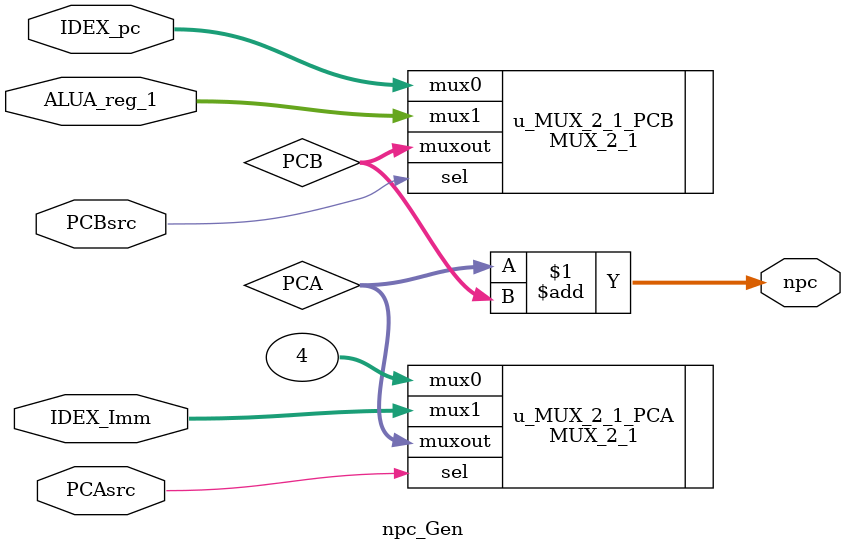
<source format=v>
`timescale 1ns / 1ps


module npc_Gen(
    // input [31: 0] pc,
    input [31: 0] ALUA_reg_1,
    input [31: 0] IDEX_pc,
    input [31: 0] IDEX_Imm,
    input PCAsrc,
    input PCBsrc,
    // input after_IDEX,
    // input IFID_flush,
    // input IDEX_flush,
    output [31: 0] npc
    ); 
wire [31: 0] PCA;
wire [31: 0] PCB;
MUX_2_1 u_MUX_2_1_PCA(
    .mux0   (32'h4      ),
    .mux1   (IDEX_Imm   ),
    .sel    (PCAsrc     ),
    .muxout (PCA        )
);

MUX_2_1 u_MUX_2_1_PCB(
    .mux0   (IDEX_pc    ),
    .mux1   (ALUA_reg_1 ),
    .sel    (PCBsrc     ),
    .muxout (PCB        )
);
assign npc = PCA + PCB;

// assign npc = (after_IDEX ) ? npc_after_IDEX : (pc + 4);

endmodule

</source>
